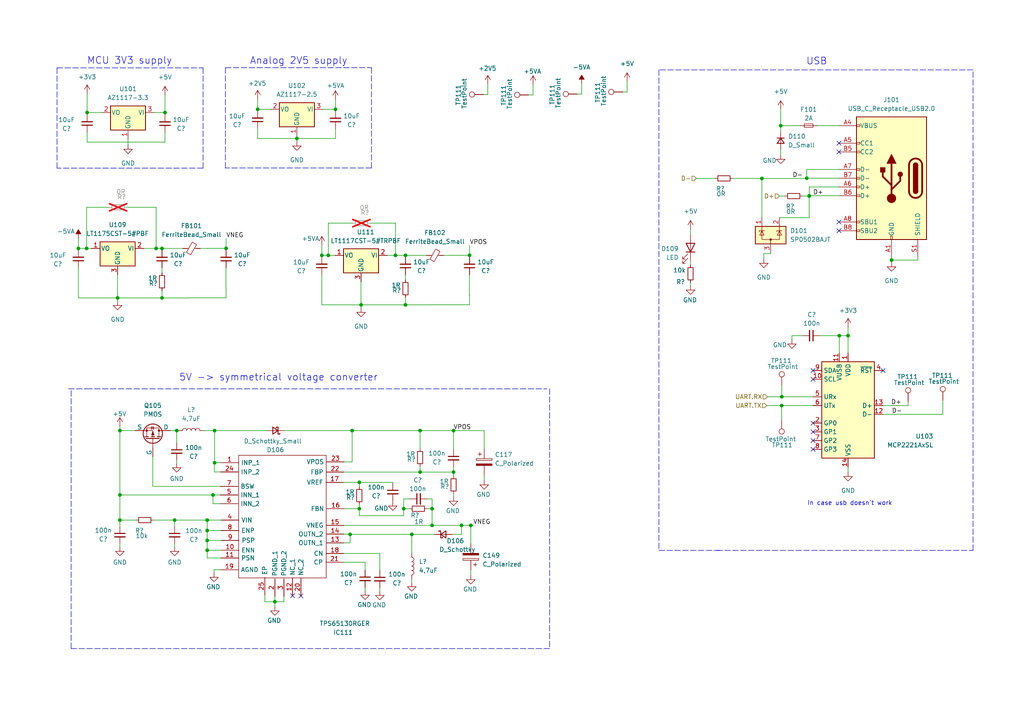
<source format=kicad_sch>
(kicad_sch (version 20230121) (generator eeschema)
  (paper "A4")
  (junction (at 60.0964 153.8732))
  (junction (at 101.5492 154.9908))
  (junction (at 102.1334 124.8918))
  (junction (at 95.2246 74.0664))
  (junction (at 34.7726 124.8918))
  (junction (at 226.7204 117.6274))
  (junction (at 22.733 72.0598))
  (junction (at 62.23 124.8918))
  (junction (at 65.5828 72.0344))
  (junction (at 125.3236 152.3746))
  (junction (at 62.23 134.2136))
  (junction (at 104.2162 139.9032))
  (junction (at 226.7458 115.0874))
  (junction (at 136.1948 74.041))
  (junction (at 60.0964 156.7434))
  (junction (at 34.1122 86.4108))
  (junction (at 34.7726 150.8506))
  (junction (at 117.602 88.4174))
  (junction (at 117.094 147.5486))
  (junction (at 245.9736 97.3582))
  (junction (at 136.5504 152.3746))
  (junction (at 220.98 51.7652))
  (junction (at 121.8438 136.9314))
  (junction (at 131.5466 136.9314))
  (junction (at 61.7728 143.5608))
  (junction (at 234.7214 56.769))
  (junction (at 258.572 75.438))
  (junction (at 51.2572 124.8918))
  (junction (at 60.0964 150.8506))
  (junction (at 119.4308 154.9908))
  (junction (at 243.4336 97.3582))
  (junction (at 34.7726 143.5608))
  (junction (at 121.8438 124.8918))
  (junction (at 104.2162 147.5486))
  (junction (at 46.99 72.0598))
  (junction (at 60.0964 159.5882))
  (junction (at 79.7306 174.5234))
  (junction (at 97.3074 31.6992))
  (junction (at 133.858 152.3746))
  (junction (at 47.8536 32.639))
  (junction (at 93.345 74.0664))
  (junction (at 46.99 86.4108))
  (junction (at 114.7064 74.0664))
  (junction (at 117.602 74.0664))
  (junction (at 50.6476 150.8506))
  (junction (at 86.106 40.1574))
  (junction (at 233.9848 51.689))
  (junction (at 226.441 36.449))
  (junction (at 131.5466 124.8918))
  (junction (at 25.273 32.639))
  (junction (at 45.2882 72.0598))
  (junction (at 125.3236 147.5486))
  (junction (at 104.7242 88.4174))
  (junction (at 25.1206 72.0598))
  (junction (at 74.7268 31.6992))
  (junction (at 234.696 56.8706))
  (no_connect (at 84.8614 172.7708))
  (no_connect (at 235.8136 127.7874))
  (no_connect (at 235.8136 107.4674))
  (no_connect (at 243.332 64.389))
  (no_connect (at 235.8136 125.2474))
  (no_connect (at 256.1336 107.4674))
  (no_connect (at 87.2744 172.847))
  (no_connect (at 243.332 44.069))
  (no_connect (at 235.8136 130.3274))
  (no_connect (at 235.8136 122.7074))
  (no_connect (at 243.332 41.529))
  (no_connect (at 235.8136 110.0074))
  (no_connect (at 243.332 66.929))
  (wire (pts (xy 95.2246 74.0664) (xy 95.2246 64.7192)))
  (wire (pts (xy 44.5262 150.8506) (xy 50.6476 150.8506)))
  (wire (pts (xy 82.3468 172.974) (xy 82.3468 174.5234)))
  (wire (pts (xy 99.695 152.3746) (xy 125.3236 152.3746)))
  (wire (pts (xy 101.5492 154.9146) (xy 99.695 154.9146)))
  (wire (pts (xy 256.1336 117.6274) (xy 263.398 117.6274)))
  (wire (pts (xy 133.858 152.3746) (xy 136.5504 152.3746)))
  (wire (pts (xy 117.094 144.7038) (xy 117.094 147.5486)))
  (wire (pts (xy 124.9934 88.392) (xy 136.1948 88.392)))
  (wire (pts (xy 113.919 145.2626) (xy 113.919 145.4912)))
  (wire (pts (xy 226.441 31.75) (xy 226.441 36.449)))
  (wire (pts (xy 245.9736 94.9198) (xy 245.9736 97.3582)))
  (wire (pts (xy 131.5466 124.8918) (xy 140.4366 124.8918)))
  (wire (pts (xy 105.8926 165.354) (xy 105.8926 163.068)))
  (wire (pts (xy 104.6988 87.5792) (xy 104.6988 81.6864)))
  (wire (pts (xy 22.733 69.1134) (xy 22.733 72.0598)))
  (wire (pts (xy 95.2246 64.7192) (xy 102.2858 64.7192)))
  (wire (pts (xy 243.4336 102.3874) (xy 243.4336 97.3582)))
  (wire (pts (xy 119.4308 167.9956) (xy 119.4308 168.91)))
  (wire (pts (xy 232.7402 56.8706) (xy 234.696 56.8706)))
  (wire (pts (xy 63.9826 165.2524) (xy 62.0776 165.2524)))
  (wire (pts (xy 45.2882 72.0598) (xy 46.99 72.0598)))
  (wire (pts (xy 46.99 84.2518) (xy 46.99 86.4108)))
  (wire (pts (xy 220.98 51.7652) (xy 233.9848 51.7652)))
  (wire (pts (xy 61.7728 146.1008) (xy 61.7728 143.5608)))
  (wire (pts (xy 101.5492 154.9908) (xy 101.5492 154.9146)))
  (wire (pts (xy 263.398 117.6274) (xy 263.398 116.5098)))
  (wire (pts (xy 141.478 24.4094) (xy 141.478 27.4066)))
  (wire (pts (xy 47.8536 38.4048) (xy 47.8536 41.2242)))
  (wire (pts (xy 124.9934 88.392) (xy 124.9934 88.4174)))
  (wire (pts (xy 104.6988 81.6864) (xy 104.7242 81.6864)))
  (wire (pts (xy 41.7322 72.0598) (xy 45.2882 72.0598)))
  (wire (pts (xy 104.7242 87.5792) (xy 104.6988 87.5792)))
  (wire (pts (xy 131.5466 136.9314) (xy 131.5466 138.0998)))
  (wire (pts (xy 131.5466 135.4328) (xy 131.5466 136.9314)))
  (wire (pts (xy 233.9848 49.149) (xy 243.332 49.149)))
  (polyline (pts (xy 16.5354 19.685) (xy 16.5354 48.768)) (stroke (width 0) (type dash)))
  (wire (pts (xy 114.7064 64.7192) (xy 114.7064 74.0664)))
  (wire (pts (xy 154.6098 24.5364) (xy 154.6098 27.5336)))
  (wire (pts (xy 25.1206 60.1218) (xy 25.1206 72.0598)))
  (wire (pts (xy 60.1218 72.0344) (xy 65.5828 72.0344)))
  (wire (pts (xy 220.98 51.7398) (xy 220.98 51.7652)))
  (wire (pts (xy 60.1218 72.0598) (xy 58.1152 72.0598)))
  (wire (pts (xy 123.6472 74.0664) (xy 117.602 74.0664)))
  (wire (pts (xy 39.4462 150.8506) (xy 34.7726 150.8506)))
  (wire (pts (xy 60.0964 150.8506) (xy 64.135 150.8506)))
  (wire (pts (xy 93.345 88.4174) (xy 104.7242 88.4174)))
  (wire (pts (xy 167.4114 27.2796) (xy 168.7068 27.2796)))
  (wire (pts (xy 117.602 74.0664) (xy 117.602 74.5998)))
  (wire (pts (xy 117.094 147.5486) (xy 117.094 149.5806)))
  (wire (pts (xy 136.5504 152.3746) (xy 137.2362 152.3746)))
  (wire (pts (xy 74.7268 37.2872) (xy 74.7268 40.1574)))
  (wire (pts (xy 62.23 124.8918) (xy 62.23 134.2136)))
  (wire (pts (xy 123.8758 147.5486) (xy 125.3236 147.5486)))
  (polyline (pts (xy 19.8628 112.776) (xy 25.1206 112.776)) (stroke (width 0) (type dash)))
  (wire (pts (xy 140.4366 124.8918) (xy 140.4366 130.2004)))
  (wire (pts (xy 34.7726 124.8918) (xy 39.243 124.8918)))
  (wire (pts (xy 200.279 66.4972) (xy 200.279 68.0212)))
  (wire (pts (xy 130.7338 74.041) (xy 130.7338 74.0664)))
  (wire (pts (xy 226.0854 56.8706) (xy 227.6602 56.8706)))
  (wire (pts (xy 273.4564 120.1674) (xy 273.4564 116.1542)))
  (wire (pts (xy 104.7242 87.5792) (xy 104.7242 88.4174)))
  (wire (pts (xy 222.5802 115.0874) (xy 226.7458 115.0874)))
  (wire (pts (xy 78.486 31.6992) (xy 74.7268 31.6992)))
  (wire (pts (xy 65.5828 83.566) (xy 65.532 83.566)))
  (wire (pts (xy 65.5828 72.0344) (xy 65.5828 72.5932)))
  (wire (pts (xy 25.273 27.178) (xy 25.273 32.639)))
  (wire (pts (xy 53.0352 72.0598) (xy 46.99 72.0598)))
  (wire (pts (xy 46.99 86.4108) (xy 34.1122 86.4108)))
  (wire (pts (xy 62.1792 136.8806) (xy 62.1792 134.2136)))
  (wire (pts (xy 201.9554 51.7398) (xy 207.4418 51.7398)))
  (wire (pts (xy 22.733 77.6478) (xy 22.733 86.4108)))
  (wire (pts (xy 34.7726 143.5608) (xy 34.7726 150.8506)))
  (wire (pts (xy 133.858 152.3746) (xy 133.858 154.9908)))
  (wire (pts (xy 212.5218 51.7398) (xy 220.98 51.7398)))
  (wire (pts (xy 110.1598 170.5102) (xy 110.1598 171.4246)))
  (wire (pts (xy 220.98 51.7652) (xy 220.98 63.119)))
  (wire (pts (xy 222.377 117.6274) (xy 226.7204 117.6274)))
  (wire (pts (xy 60.0964 153.8732) (xy 60.0964 156.7434)))
  (wire (pts (xy 34.7726 150.8506) (xy 34.7726 152.6794)))
  (wire (pts (xy 119.4308 154.9908) (xy 126.0348 154.9908)))
  (wire (pts (xy 26.4922 72.0598) (xy 25.1206 72.0598)))
  (wire (pts (xy 54.3814 86.3854) (xy 65.5828 86.3854)))
  (wire (pts (xy 245.9736 135.4074) (xy 245.9736 136.9568)))
  (wire (pts (xy 105.8926 170.434) (xy 105.8926 171.3484)))
  (wire (pts (xy 226.441 36.449) (xy 226.441 38.2778)))
  (polyline (pts (xy 207.9244 159.639) (xy 282.2194 159.639)) (stroke (width 0) (type dash)))
  (wire (pts (xy 79.7306 174.5234) (xy 82.3468 174.5234)))
  (wire (pts (xy 60.1218 72.0344) (xy 60.1218 72.0598)))
  (wire (pts (xy 97.3074 28.8798) (xy 97.3074 31.6992)))
  (wire (pts (xy 49.403 124.8918) (xy 51.2572 124.8918)))
  (wire (pts (xy 34.1122 85.5726) (xy 34.1122 86.4108)))
  (wire (pts (xy 60.0964 159.5882) (xy 60.0964 161.8488)))
  (wire (pts (xy 65.5828 69.215) (xy 65.5828 72.0344)))
  (wire (pts (xy 181.8894 23.6728) (xy 181.8894 26.67)))
  (wire (pts (xy 64.135 159.5882) (xy 60.0964 159.5882)))
  (wire (pts (xy 25.273 41.2242) (xy 47.8536 41.2242)))
  (wire (pts (xy 121.8438 135.255) (xy 121.8438 136.9314)))
  (wire (pts (xy 76.8096 172.5676) (xy 76.8096 174.5234)))
  (wire (pts (xy 44.323 141.0716) (xy 63.9064 141.0716)))
  (polyline (pts (xy 191.1096 20.2692) (xy 191.1096 159.639)) (stroke (width 0) (type dash)))
  (wire (pts (xy 258.572 75.438) (xy 266.192 75.438)))
  (wire (pts (xy 131.5466 124.8918) (xy 131.5466 130.3528)))
  (wire (pts (xy 121.8438 124.8918) (xy 131.5466 124.8918)))
  (wire (pts (xy 34.7726 123.6472) (xy 34.7726 124.8918)))
  (wire (pts (xy 233.9848 51.689) (xy 243.332 51.689)))
  (wire (pts (xy 223.52 73.279) (xy 223.52 73.533)))
  (wire (pts (xy 117.602 86.2584) (xy 117.602 88.4174)))
  (wire (pts (xy 223.52 73.533) (xy 221.5388 73.533)))
  (wire (pts (xy 136.144 85.5726) (xy 136.144 79.6798)))
  (wire (pts (xy 130.7338 74.041) (xy 136.1948 74.041)))
  (wire (pts (xy 256.1336 120.1674) (xy 273.4564 120.1674)))
  (wire (pts (xy 243.332 54.229) (xy 234.7214 54.229)))
  (wire (pts (xy 34.1122 86.4108) (xy 34.1122 87.3252)))
  (wire (pts (xy 97.3074 31.6992) (xy 97.3074 32.258)))
  (wire (pts (xy 121.8438 130.175) (xy 121.8438 124.8918)))
  (polyline (pts (xy 191.1096 159.639) (xy 209.1944 159.639)) (stroke (width 0) (type dash)))
  (wire (pts (xy 119.4308 154.9908) (xy 119.4308 160.3756)))
  (wire (pts (xy 258.572 75.438) (xy 258.572 76.1238)))
  (wire (pts (xy 34.7726 143.5608) (xy 61.7728 143.5608)))
  (wire (pts (xy 65.532 83.566) (xy 65.532 77.6732)))
  (wire (pts (xy 60.0964 150.8506) (xy 60.0964 153.8732)))
  (wire (pts (xy 234.696 56.8706) (xy 234.7214 56.8706)))
  (wire (pts (xy 62.1792 134.2136) (xy 62.23 134.2136)))
  (wire (pts (xy 99.5934 139.9032) (xy 104.2162 139.9032)))
  (wire (pts (xy 121.8438 136.9314) (xy 131.5466 136.9314)))
  (polyline (pts (xy 159.4104 188.1124) (xy 20.6248 188.1124)) (stroke (width 0) (type dash)))
  (wire (pts (xy 226.441 43.3578) (xy 226.441 44.9326)))
  (wire (pts (xy 131.1148 154.9908) (xy 133.858 154.9908)))
  (wire (pts (xy 93.726 31.6992) (xy 97.3074 31.6992)))
  (wire (pts (xy 104.2162 139.9032) (xy 104.2162 141.1986)))
  (wire (pts (xy 140.1826 27.4066) (xy 141.478 27.4066)))
  (polyline (pts (xy 58.9026 48.768) (xy 16.5354 48.768)) (stroke (width 0) (type dash)))
  (wire (pts (xy 34.0868 85.5726) (xy 34.0868 79.6798)))
  (wire (pts (xy 221.5388 73.533) (xy 221.5388 75.1078)))
  (wire (pts (xy 51.2572 124.8918) (xy 51.6382 124.8918)))
  (wire (pts (xy 86.106 40.1574) (xy 86.106 41.0718)))
  (polyline (pts (xy 107.7468 19.6342) (xy 107.7468 48.7172)) (stroke (width 0) (type dash)))
  (wire (pts (xy 34.0868 79.6798) (xy 34.1122 79.6798)))
  (wire (pts (xy 233.9848 49.149) (xy 233.9848 51.689)))
  (wire (pts (xy 258.572 74.549) (xy 258.572 75.438)))
  (wire (pts (xy 104.2162 149.5806) (xy 117.094 149.5806)))
  (wire (pts (xy 232.4354 63.119) (xy 226.06 63.119)))
  (wire (pts (xy 44.7548 32.639) (xy 47.8536 32.639)))
  (wire (pts (xy 47.8536 27.5844) (xy 47.8536 32.639)))
  (wire (pts (xy 117.602 74.0664) (xy 114.7064 74.0664)))
  (wire (pts (xy 36.7792 60.1218) (xy 45.2882 60.1218)))
  (wire (pts (xy 102.1334 124.8918) (xy 121.8438 124.8918)))
  (wire (pts (xy 86.106 39.3192) (xy 86.106 40.1574)))
  (wire (pts (xy 29.5148 32.639) (xy 25.273 32.639)))
  (wire (pts (xy 226.7458 111.8616) (xy 226.7458 115.0874)))
  (wire (pts (xy 99.6442 160.528) (xy 110.1598 160.528)))
  (wire (pts (xy 266.192 75.438) (xy 266.192 74.549)))
  (wire (pts (xy 51.2572 124.8918) (xy 51.2572 128.4224)))
  (wire (pts (xy 99.695 136.9314) (xy 121.8438 136.9314)))
  (wire (pts (xy 61.7728 143.5608) (xy 63.9064 143.5608)))
  (wire (pts (xy 243.4336 97.3582) (xy 245.9736 97.3582)))
  (wire (pts (xy 125.3236 144.7038) (xy 125.3236 147.5486)))
  (wire (pts (xy 34.7726 157.7594) (xy 34.7726 158.6484)))
  (wire (pts (xy 99.695 157.4546) (xy 101.5492 157.4546)))
  (wire (pts (xy 22.733 72.0598) (xy 22.733 72.5678)))
  (wire (pts (xy 64.2112 156.7434) (xy 60.0964 156.7434)))
  (wire (pts (xy 232.4354 63.1444) (xy 232.4354 63.119)))
  (wire (pts (xy 93.345 74.0664) (xy 93.345 74.5744)))
  (wire (pts (xy 136.1948 85.5726) (xy 136.144 85.5726)))
  (polyline (pts (xy 16.51 19.685) (xy 58.9026 19.685)) (stroke (width 0) (type dash)))
  (wire (pts (xy 123.952 144.7038) (xy 125.3236 144.7038)))
  (polyline (pts (xy 282.2194 20.2692) (xy 191.1096 20.2692)) (stroke (width 0) (type dash)))
  (polyline (pts (xy 20.6248 188.1124) (xy 20.6248 112.776)) (stroke (width 0) (type dash)))
  (wire (pts (xy 136.1948 85.5726) (xy 136.1948 88.392)))
  (polyline (pts (xy 107.7468 48.7172) (xy 65.3796 48.7172)) (stroke (width 0) (type dash)))
  (wire (pts (xy 62.0776 165.2524) (xy 62.0776 166.1668)))
  (wire (pts (xy 82.423 124.8918) (xy 102.1334 124.8918)))
  (polyline (pts (xy 282.2194 159.639) (xy 282.2194 20.2692)) (stroke (width 0) (type dash)))
  (wire (pts (xy 243.332 36.449) (xy 237.0836 36.449)))
  (wire (pts (xy 200.279 75.6412) (xy 200.279 76.8604)))
  (wire (pts (xy 245.9736 97.3582) (xy 245.9736 102.3874)))
  (wire (pts (xy 25.1206 60.1218) (xy 31.6992 60.1218)))
  (wire (pts (xy 125.3236 152.3746) (xy 133.858 152.3746)))
  (wire (pts (xy 168.7068 24.2824) (xy 168.7068 27.2796)))
  (polyline (pts (xy 65.3796 19.6342) (xy 65.3796 48.7172)) (stroke (width 0) (type dash)))
  (wire (pts (xy 101.5492 154.9908) (xy 101.5492 157.4546)))
  (wire (pts (xy 136.1948 74.041) (xy 136.1948 74.5998)))
  (wire (pts (xy 232.4354 63.1444) (xy 234.696 63.1444)))
  (wire (pts (xy 79.7306 172.974) (xy 79.7306 174.5234)))
  (wire (pts (xy 99.8728 147.5486) (xy 104.2162 147.5486)))
  (wire (pts (xy 117.094 144.7038) (xy 118.872 144.7038)))
  (wire (pts (xy 130.7338 74.0664) (xy 128.7272 74.0664)))
  (wire (pts (xy 200.279 81.9404) (xy 200.279 82.8548)))
  (wire (pts (xy 93.345 79.6544) (xy 93.345 88.4174)))
  (wire (pts (xy 117.602 79.6798) (xy 117.602 81.1784)))
  (wire (pts (xy 50.6476 150.8506) (xy 60.0964 150.8506)))
  (polyline (pts (xy 159.4104 112.776) (xy 159.4104 188.1124)) (stroke (width 0) (type dash)))
  (polyline (pts (xy 65.3542 19.6342) (xy 107.7468 19.6342)) (stroke (width 0) (type dash)))
  (wire (pts (xy 50.6476 152.6794) (xy 50.6476 150.8506)))
  (wire (pts (xy 102.1334 133.9596) (xy 102.1334 124.8918)))
  (wire (pts (xy 93.345 71.12) (xy 93.345 74.0664)))
  (wire (pts (xy 62.23 134.2136) (xy 64.0588 134.2136)))
  (wire (pts (xy 46.99 72.0598) (xy 46.99 72.5932)))
  (wire (pts (xy 136.144 79.6798) (xy 136.1948 79.6798)))
  (wire (pts (xy 46.99 77.6732) (xy 46.99 79.1718)))
  (wire (pts (xy 79.7306 174.5234) (xy 79.7306 175.9204)))
  (wire (pts (xy 54.3814 86.3854) (xy 54.3814 86.4108)))
  (wire (pts (xy 37.1348 40.259) (xy 37.1348 42.0116)))
  (wire (pts (xy 232.0036 36.449) (xy 226.441 36.449)))
  (wire (pts (xy 226.7458 115.0874) (xy 235.8136 115.0874)))
  (wire (pts (xy 64.0842 161.8488) (xy 60.0964 161.8488)))
  (wire (pts (xy 25.273 32.639) (xy 25.273 33.274)))
  (wire (pts (xy 74.7268 28.7528) (xy 74.7268 31.6992)))
  (wire (pts (xy 124.9934 88.4174) (xy 117.602 88.4174)))
  (wire (pts (xy 232.7656 97.3582) (xy 229.6922 97.3582)))
  (wire (pts (xy 113.919 139.9032) (xy 104.2162 139.9032)))
  (wire (pts (xy 136.5504 152.3746) (xy 136.5504 157.6832)))
  (wire (pts (xy 95.2246 74.0664) (xy 93.345 74.0664)))
  (wire (pts (xy 226.7204 117.6274) (xy 226.7204 121.8438)))
  (wire (pts (xy 233.9848 51.7652) (xy 233.9848 51.689)))
  (wire (pts (xy 62.23 124.8918) (xy 77.343 124.8918)))
  (wire (pts (xy 229.6922 97.3582) (xy 229.6922 98.5012)))
  (wire (pts (xy 97.3074 37.338) (xy 97.3074 40.1574)))
  (wire (pts (xy 74.7268 40.1574) (xy 86.106 40.1574)))
  (polyline (pts (xy 25.1206 112.776) (xy 158.6484 112.776)) (stroke (width 0) (type dash)))
  (wire (pts (xy 153.3144 27.5336) (xy 154.6098 27.5336)))
  (wire (pts (xy 113.919 140.1826) (xy 113.919 139.9032)))
  (wire (pts (xy 110.1598 160.528) (xy 110.1598 165.4302)))
  (wire (pts (xy 125.3236 147.5486) (xy 125.3236 152.3746)))
  (wire (pts (xy 76.8096 174.5234) (xy 79.7306 174.5234)))
  (wire (pts (xy 104.7242 88.4174) (xy 104.7242 89.3318)))
  (wire (pts (xy 51.2572 133.5024) (xy 51.2572 134.3914)))
  (wire (pts (xy 50.6476 157.7594) (xy 50.6476 158.6484)))
  (wire (pts (xy 105.8926 163.068) (xy 99.5426 163.068)))
  (wire (pts (xy 44.323 132.5118) (xy 44.323 141.0716)))
  (wire (pts (xy 114.7064 74.0664) (xy 112.3442 74.0664)))
  (wire (pts (xy 104.2162 147.5486) (xy 104.2162 149.5806)))
  (wire (pts (xy 22.733 86.4108) (xy 34.1122 86.4108)))
  (wire (pts (xy 136.1948 71.2216) (xy 136.1948 74.041)))
  (wire (pts (xy 65.5828 83.566) (xy 65.5828 86.3854)))
  (wire (pts (xy 117.602 88.4174) (xy 104.7242 88.4174)))
  (wire (pts (xy 47.8536 32.639) (xy 47.8536 33.3248)))
  (wire (pts (xy 45.2882 60.1218) (xy 45.2882 72.0598)))
  (wire (pts (xy 34.7726 124.8918) (xy 34.7726 143.5608)))
  (wire (pts (xy 104.2162 146.2786) (xy 104.2162 147.5486)))
  (wire (pts (xy 234.7214 54.229) (xy 234.7214 56.769)))
  (wire (pts (xy 136.5504 165.3032) (xy 136.5504 166.8526)))
  (wire (pts (xy 63.9826 136.8806) (xy 62.1792 136.8806)))
  (wire (pts (xy 86.106 40.1574) (xy 97.3074 40.1574)))
  (wire (pts (xy 107.3658 64.7192) (xy 114.7064 64.7192)))
  (wire (pts (xy 131.5466 143.1798) (xy 131.5466 144.0942)))
  (wire (pts (xy 243.4336 97.3582) (xy 237.8456 97.3582)))
  (wire (pts (xy 97.1042 74.0664) (xy 95.2246 74.0664)))
  (wire (pts (xy 101.5492 154.9908) (xy 119.4308 154.9908)))
  (wire (pts (xy 226.7204 117.6274) (xy 235.8136 117.6274)))
  (wire (pts (xy 64.135 153.8732) (xy 60.0964 153.8732)))
  (wire (pts (xy 59.2582 124.8918) (xy 62.23 124.8918)))
  (wire (pts (xy 34.1122 85.5726) (xy 34.0868 85.5726)))
  (wire (pts (xy 234.7214 56.769) (xy 243.332 56.769)))
  (wire (pts (xy 234.696 56.8706) (xy 234.696 63.1444)))
  (wire (pts (xy 60.0964 156.7434) (xy 60.0964 159.5882)))
  (wire (pts (xy 140.4366 137.8204) (xy 140.4366 139.3698)))
  (wire (pts (xy 54.3814 86.4108) (xy 46.99 86.4108)))
  (wire (pts (xy 99.822 133.9596) (xy 102.1334 133.9596)))
  (wire (pts (xy 63.9064 146.1008) (xy 61.7728 146.1008)))
  (wire (pts (xy 234.7214 56.769) (xy 234.7214 56.8706)))
  (wire (pts (xy 180.594 26.67) (xy 181.8894 26.67)))
  (wire (pts (xy 74.7268 31.6992) (xy 74.7268 32.2072)))
  (wire (pts (xy 65.532 77.6732) (xy 65.5828 77.6732)))
  (polyline (pts (xy 58.9026 19.685) (xy 58.9026 48.768)) (stroke (width 0) (type dash)))
  (wire (pts (xy 25.273 38.354) (xy 25.273 41.2242)))
  (wire (pts (xy 25.1206 72.0598) (xy 22.733 72.0598)))
  (wire (pts (xy 117.094 147.5486) (xy 118.7958 147.5486)))
  (text "In case usb doesn't work\n" (at 234.1372 146.7866 0) (effects (font (size 1.27 1.27)) (justify left bottom)))
  (text "USB" (at 233.7816 19.05 0) (effects (font (size 2 2)) (justify left bottom)))
  (text "MCU 3V3 supply\n" (at 25.1968 18.8722 0) (effects (font (size 2 2)) (justify left bottom)))
  (text "5V -> symmetrical voltage converter\n" (at 51.9176 110.744 0) (effects (font (size 2 2)) (justify left bottom)))
  (text "Analog 2V5 supply\n\n\n" (at 72.4408 25.3492 0) (effects (font (size 2 2)) (justify left bottom)))
  (label "D-" (at 261.6962 120.1674 180))
  (label "D+" (at 261.493 117.6274 180))
  (label "VPOS" (at 131.5212 124.8918 0))
  (label "D-" (at 229.8446 51.7652 0))
  (label "D+" (at 238.8362 56.769 180))
  (label "VPOS" (at 136.1948 71.2216 0))
  (label "VNEG" (at 65.5828 69.215 0))
  (label "VNEG" (at 137.2362 152.3746 0))
  (hierarchical_label "UART.TX" (shape input) (at 222.377 117.6274 180))
  (hierarchical_label "D-" (shape input) (at 201.9554 51.7398 180))
  (hierarchical_label "D+" (shape input) (at 226.0854 56.8706 180))
  (hierarchical_label "UART.RX" (shape input) (at 222.5802 115.0874 180))
  (symbol (lib_id "Device:C_Small") (at 131.5466 132.8928 0) (unit 1)
    (property "Reference" "C?" (at 126.7206 134.0358 0))
    (property "Value" "100n" (at 126.7206 131.4958 0))
    (property "Footprint" "Capacitor_SMD:C_0603_1608Metric" (effects hide))
    (instances (project "LCR" (path "" (reference "C?") (unit 1)) (path "" (reference "C?") (unit 1)) (path "" (reference "C105") (unit 1)) (path "" (reference "C169") (unit 1))))
  )
  (symbol (lib_id "power:GND") (at 110.1598 171.4246 0) (unit 1)
    (property "Reference" "#PWR0318" (effects hide))
    (property "Value" "GND" (at 109.9566 175.4886 0))
  )
  (symbol (lib_id "Device:R_Small") (at 104.8258 64.7192 90) (unit 1) (dnp yes)
    (property "Reference" "R?" (at 107.1372 61.722 90) (effects (justify left)))
    (property "Value" "0R" (at 107.0102 60.198 90) (effects (justify left)))
    (property "Footprint" "Resistor_SMD:R_0603_1608Metric" (effects hide))
    (instances (project "LCR" (path "" (reference "R?") (unit 1)) (path "" (reference "R?") (unit 1)) (path "" (reference "R?") (unit 1)) (path "" (reference "R105") (unit 1)) (path "" (reference "R107") (unit 1))))
  )
  (symbol (lib_id "power:GND") (at 50.6476 158.6484 0) (unit 1)
    (property "Reference" "#PWR?" (effects hide))
    (property "Value" "GND" (at 50.6476 163.0934 0))
    (instances (project "power_supply_sch" (path "" (reference "#PWR?") (unit 1))) (project "LCR" (path "" (reference "#PWR0323") (unit 1))))
  )
  (symbol (lib_id "power:GND") (at 37.1348 42.0116 0) (unit 1)
    (property "Reference" "#PWR0106" (effects hide))
    (property "Value" "GND" (at 37.1348 47.3456 0))
  )
  (symbol (lib_id "power:GND") (at 51.2572 134.3914 0) (unit 1)
    (property "Reference" "#PWR?" (effects hide))
    (property "Value" "GND" (at 51.2572 138.8364 0))
    (instances (project "power_supply_sch" (path "" (reference "#PWR?") (unit 1))) (project "LCR" (path "" (reference "#PWR0325") (unit 1))))
  )
  (symbol (lib_id "Device:Fuse_Small") (at 234.5436 36.449 0) (unit 1)
    (property "Reference" "F101" (at 234.5436 31.75 0))
    (property "Value" "2A" (at 234.5436 34.29 0))
    (property "Footprint" "Resistor_SMD:R_1206_3216Metric" (effects hide))
  )
  (symbol (lib_id "Connector:USB_C_Receptacle_USB2.0") (at 258.572 51.689 0) (mirror y) (unit 1)
    (property "Reference" "J101" (at 258.572 28.956 0))
    (property "Value" "USB_C_Receptacle_USB2.0" (at 258.572 31.496 0))
    (property "Footprint" "Connector_USB:USB_C_Receptacle_GCT_USB4115-03-C" (effects hide))
    (property "Datasheet" "https://www.usb.org/sites/default/files/documents/usb_type-c.zip" (effects hide))
  )
  (symbol (lib_id "power:GND") (at 200.279 82.8548 0) (mirror y) (unit 1)
    (property "Reference" "#PWR?" (effects hide))
    (property "Value" "GND" (at 200.1266 87.0204 0))
    (instances (project "LCR" (path "" (reference "#PWR?") (unit 1)) (path "" (reference "#PWR?") (unit 1)) (path "" (reference "#PWR0283") (unit 1)) (path "" (reference "#PWR0103") (unit 1))))
  )
  (symbol (lib_id "Device:R_Small") (at 209.9818 51.7398 270) (unit 1)
    (property "Reference" "R?" (at 207.6704 54.737 90) (effects (justify left)))
    (property "Value" "0R" (at 207.7974 56.261 90) (effects (justify left)))
    (property "Footprint" "Resistor_SMD:R_0603_1608Metric" (effects hide))
    (instances (project "LCR" (path "" (reference "R?") (unit 1)) (path "" (reference "R?") (unit 1)) (path "" (reference "R?") (unit 1)) (path "" (reference "R105") (unit 1)) (path "" (reference "R156") (unit 1))))
  )
  (symbol (lib_id "Device:C_Small") (at 235.3056 97.3582 270) (unit 1)
    (property "Reference" "C?" (at 235.4326 91.2622 90))
    (property "Value" "100n" (at 235.4326 93.8022 90))
    (property "Footprint" "Capacitor_SMD:C_0603_1608Metric" (effects hide))
    (instances (project "LCR" (path "" (reference "C?") (unit 1)) (path "" (reference "C?") (unit 1)) (path "" (reference "C105") (unit 1)) (path "" (reference "C152") (unit 1))))
  )
  (symbol (lib_id "power:GND") (at 136.5504 166.8526 0) (unit 1)
    (property "Reference" "#PWR0102" (effects hide))
    (property "Value" "GND" (at 136.3472 170.9166 0))
  )
  (symbol (lib_id "Device:R_Small") (at 200.279 79.4004 180) (unit 1)
    (property "Reference" "R?" (at 198.7042 81.7626 0) (effects (justify left)))
    (property "Value" "10k" (at 198.9074 78.3844 0) (effects (justify left)))
    (property "Footprint" "Resistor_SMD:R_0603_1608Metric" (effects hide))
    (instances (project "LCR" (path "" (reference "R?") (unit 1)) (path "" (reference "R?") (unit 1)) (path "" (reference "R?") (unit 1)) (path "" (reference "R150") (unit 1)) (path "" (reference "R152") (unit 1))))
  )
  (symbol (lib_id "Device:C_Small") (at 136.1948 77.1398 180) (unit 1)
    (property "Reference" "C?" (at 140.8684 78.5368 0))
    (property "Value" "10uF" (at 140.8684 75.9968 0))
    (property "Footprint" "Capacitor_SMD:C_0603_1608Metric" (effects hide))
    (instances (project "LCR" (path "" (reference "C?") (unit 1)) (path "" (reference "C?") (unit 1)) (path "" (reference "C105") (unit 1)) (path "" (reference "C168") (unit 1))))
  )
  (symbol (lib_id "Power_Protection:SP0502BAJT") (at 223.52 68.199 0) (unit 1)
    (property "Reference" "D101" (at 229.1334 66.929 0) (effects (justify left)))
    (property "Value" "SP0502BAJT" (at 229.1334 69.469 0) (effects (justify left)))
    (property "Footprint" "Package_TO_SOT_SMD:SOT-23-3" (effects hide))
    (property "Datasheet" "http://www.littelfuse.com/~/media/files/littelfuse/technical%20resources/documents/data%20sheets/sp05xxba.pdf" (effects hide))
  )
  (symbol (lib_id "Device:D_Schottky_Small") (at 128.5748 154.9908 0) (unit 1)
    (property "Reference" "D106" (at 132.08 156.8704 0))
    (property "Value" "D_Schottky" (at 132.6388 159.385 0))
    (property "Footprint" "Diode_SMD:D_SOD-123" (effects hide))
    (instances (project "LCR" (path "" (reference "D106") (unit 1)) (path "" (reference "D114") (unit 1))))
  )
  (symbol (lib_id "Device:L") (at 119.4308 164.1856 0) (unit 1)
    (property "Reference" "L?" (at 121.4882 162.9156 0) (effects (justify left)))
    (property "Value" "4,7uF" (at 121.4882 165.4556 0) (effects (justify left)))
    (property "Footprint" "SamacSys_Parts:744031004" (effects hide))
    (instances (project "power_supply_sch" (path "" (reference "L?") (unit 1))) (project "LCR" (path "" (reference "L106") (unit 1))))
  )
  (symbol (lib_id "Connector:TestPoint") (at 263.398 116.5098 0) (unit 1)
    (property "Reference" "TP111" (at 263.2456 109.2708 0))
    (property "Value" "TestPoint" (at 263.6774 110.998 0))
    (property "Footprint" "TestPoint:TestPoint_Pad_D2.0mm" (effects hide))
    (instances (project "LCR" (path "" (reference "TP111") (unit 1)) (path "" (reference "TP115") (unit 1))))
  )
  (symbol (lib_id "power:+5V") (at 226.441 31.75 0) (unit 1)
    (property "Reference" "#PWR0126" (effects hide))
    (property "Value" "+5V" (at 226.441 26.543 0))
  )
  (symbol (lib_id "power:GND") (at 62.0776 166.1668 0) (unit 1)
    (property "Reference" "#PWR0320" (effects hide))
    (property "Value" "GND" (at 61.8744 170.2308 0))
  )
  (symbol (lib_id "power:+2V5") (at 74.7268 28.7528 0) (unit 1)
    (property "Reference" "#PWR?" (effects hide))
    (property "Value" "+2V5" (at 71.9582 24.1808 0) (effects (justify left)))
    (instances (project "LCR" (path "" (reference "#PWR?") (unit 1)) (path "" (reference "#PWR?") (unit 1)) (path "" (reference "#PWR0105") (unit 1))))
  )
  (symbol (lib_id "Device:LED") (at 200.279 71.8312 270) (mirror x) (unit 1)
    (property "Reference" "D109" (at 196.85 72.1487 90) (effects (justify right)))
    (property "Value" "LED" (at 196.85 74.6887 90) (effects (justify right)))
    (property "Footprint" "LED_SMD:LED_1206_3216Metric" (effects hide))
    (instances (project "LCR" (path "" (reference "D109") (unit 1)) (path "" (reference "D111") (unit 1))))
  )
  (symbol (lib_id "Regulator_Linear:AZ1117-3.3") (at 37.1348 32.639 0) (mirror y) (unit 1)
    (property "Reference" "U101" (at 37.1348 25.781 0))
    (property "Value" "AZ1117-3.3" (at 37.1348 28.321 0))
    (property "Footprint" "Package_TO_SOT_SMD:SOT-89-3" (effects hide))
    (property "Datasheet" "https://www.diodes.com/assets/Datasheets/AZ1117.pdf" (effects hide))
  )
  (symbol (lib_id "Device:R_Small") (at 104.2162 143.7386 180) (unit 1)
    (property "Reference" "R?" (at 102.9716 144.2466 0) (effects (justify left)))
    (property "Value" "1R" (at 102.8446 142.7226 0) (effects (justify left)))
    (property "Footprint" "Resistor_SMD:R_0603_1608Metric" (effects hide))
    (instances (project "LCR" (path "" (reference "R?") (unit 1)) (path "" (reference "R?") (unit 1)) (path "" (reference "R?") (unit 1)) (path "" (reference "R105") (unit 1)) (path "" (reference "R161") (unit 1))))
  )
  (symbol (lib_id "power:+5VA") (at 97.3074 28.8798 0) (unit 1)
    (property "Reference" "#PWR?" (effects hide))
    (property "Value" "+5VA" (at 97.3328 24.8158 0))
    (instances (project "LCR" (path "" (reference "#PWR?") (unit 1)) (path "" (reference "#PWR?") (unit 1)) (path "" (reference "#PWR?") (unit 1)) (path "" (reference "#PWR?") (unit 1)) (path "" (reference "#PWR0110") (unit 1))))
  )
  (symbol (lib_id "power:GND") (at 226.441 44.9326 0) (unit 1)
    (property "Reference" "#PWR0124" (effects hide))
    (property "Value" "GND" (at 223.2152 46.5582 0))
  )
  (symbol (lib_id "Device:C_Small") (at 25.273 35.814 180) (unit 1)
    (property "Reference" "C?" (at 19.3294 37.2872 0))
    (property "Value" "10uF" (at 19.3294 34.7472 0))
    (property "Footprint" "Capacitor_SMD:C_0603_1608Metric" (effects hide))
    (instances (project "LCR" (path "" (reference "C?") (unit 1)) (path "" (reference "C?") (unit 1)) (path "" (reference "C105") (unit 1)) (path "" (reference "C103") (unit 1))))
  )
  (symbol (lib_id "Simulation_SPICE:PMOS") (at 44.323 127.4318 270) (mirror x) (unit 1)
    (property "Reference" "Q105" (at 44.323 117.6274 90))
    (property "Value" "PMOS" (at 44.323 120.1674 90))
    (property "Footprint" "Package_TO_SOT_SMD:SOT-23-3" (effects hide))
    (property "Datasheet" "https://ngspice.sourceforge.io/docs/ngspice-manual.pdf" (effects hide))
    (property "Sim.Device" "PMOS" (effects hide))
    (property "Sim.Type" "VDMOS" (effects hide))
    (property "Sim.Pins" "1=D 2=G 3=S" (effects hide))
  )
  (symbol (lib_id "Connector:TestPoint") (at 226.7204 121.8438 180) (unit 1)
    (property "Reference" "TP111" (at 226.8728 129.0828 0))
    (property "Value" "TestPoint" (at 226.441 127.3556 0))
    (property "Footprint" "TestPoint:TestPoint_Pad_D2.0mm" (effects hide))
    (instances (project "LCR" (path "" (reference "TP111") (unit 1)) (path "" (reference "TP121") (unit 1))))
  )
  (symbol (lib_id "Device:R_Small") (at 41.9862 150.8506 270) (unit 1)
    (property "Reference" "R?" (at 39.1668 153.8986 90) (effects (justify left)))
    (property "Value" "10k" (at 39.2938 155.4226 90) (effects (justify left)))
    (property "Footprint" "Resistor_SMD:R_0603_1608Metric" (effects hide))
    (instances (project "LCR" (path "" (reference "R?") (unit 1)) (path "" (reference "R?") (unit 1)) (path "" (reference "R?") (unit 1)) (path "" (reference "R105") (unit 1)) (path "" (reference "R163") (unit 1))))
  )
  (symbol (lib_id "Device:C_Small") (at 51.2572 130.9624 0) (unit 1)
    (property "Reference" "C?" (at 56.1594 132.3848 0))
    (property "Value" "100n" (at 56.1594 129.8448 0))
    (property "Footprint" "Capacitor_SMD:C_0603_1608Metric" (effects hide))
    (instances (project "LCR" (path "" (reference "C?") (unit 1)) (path "" (reference "C?") (unit 1)) (path "" (reference "C105") (unit 1)) (path "" (reference "C176") (unit 1))))
  )
  (symbol (lib_id "power:GND") (at 119.4308 168.91 0) (unit 1)
    (property "Reference" "#PWR0317" (effects hide))
    (property "Value" "GND" (at 119.2276 172.974 0))
  )
  (symbol (lib_id "power:GND") (at 140.4366 139.3698 0) (unit 1)
    (property "Reference" "#PWR0101" (effects hide))
    (property "Value" "GND" (at 140.2334 143.4338 0))
  )
  (symbol (lib_id "Device:C_Small") (at 97.3074 34.798 180) (unit 1)
    (property "Reference" "C?" (at 101.981 36.195 0))
    (property "Value" "10uF" (at 101.981 33.655 0))
    (property "Footprint" "Capacitor_SMD:C_0603_1608Metric" (effects hide))
    (instances (project "LCR" (path "" (reference "C?") (unit 1)) (path "" (reference "C?") (unit 1)) (path "" (reference "C105") (unit 1)) (path "" (reference "C102") (unit 1))))
  )
  (symbol (lib_id "power:+5V") (at 181.8894 23.6728 0) (unit 1)
    (property "Reference" "#PWR0292" (effects hide))
    (property "Value" "+5V" (at 181.8894 18.4658 0))
  )
  (symbol (lib_id "Device:R_Small") (at 46.99 81.7118 180) (unit 1)
    (property "Reference" "R?" (at 45.7454 82.2198 0) (effects (justify left)))
    (property "Value" "1R" (at 45.6184 80.6958 0) (effects (justify left)))
    (property "Footprint" "Resistor_SMD:R_0603_1608Metric" (effects hide))
    (instances (project "LCR" (path "" (reference "R?") (unit 1)) (path "" (reference "R?") (unit 1)) (path "" (reference "R?") (unit 1)) (path "" (reference "R105") (unit 1)) (path "" (reference "R155") (unit 1))))
  )
  (symbol (lib_id "Device:C_Polarized") (at 136.5504 161.4932 180) (unit 1)
    (property "Reference" "C149" (at 139.9286 161.1122 0) (effects (justify right)))
    (property "Value" "C_Polarized" (at 139.9286 163.6522 0) (effects (justify right)))
    (property "Footprint" "Capacitor_SMD:CP_Elec_5x5.3" (effects hide))
  )
  (symbol (lib_id "Device:C_Small") (at 46.99 75.1332 180) (unit 1)
    (property "Reference" "C?" (at 51.6636 76.5302 0))
    (property "Value" "10uF" (at 51.6636 73.9902 0))
    (property "Footprint" "Capacitor_SMD:C_0603_1608Metric" (effects hide))
    (instances (project "LCR" (path "" (reference "C?") (unit 1)) (path "" (reference "C?") (unit 1)) (path "" (reference "C105") (unit 1)) (path "" (reference "C165") (unit 1))))
  )
  (symbol (lib_id "power:GND") (at 245.9736 136.9568 0) (unit 1)
    (property "Reference" "#PWR0294" (effects hide))
    (property "Value" "GND" (at 245.9736 142.2908 0))
  )
  (symbol (lib_id "Device:C_Small") (at 50.6476 155.2194 0) (unit 1)
    (property "Reference" "C?" (at 56.2102 156.4894 0))
    (property "Value" "100n" (at 56.2102 153.9494 0))
    (property "Footprint" "Capacitor_SMD:C_0603_1608Metric" (effects hide))
    (instances (project "LCR" (path "" (reference "C?") (unit 1)) (path "" (reference "C?") (unit 1)) (path "" (reference "C105") (unit 1)) (path "" (reference "C175") (unit 1))))
  )
  (symbol (lib_id "Connector:TestPoint") (at 226.7458 111.8616 0) (unit 1)
    (property "Reference" "TP111" (at 226.5934 104.6226 0))
    (property "Value" "TestPoint" (at 227.0252 106.3498 0))
    (property "Footprint" "TestPoint:TestPoint_Pad_D2.0mm" (effects hide))
    (instances (project "LCR" (path "" (reference "TP111") (unit 1)) (path "" (reference "TP120") (unit 1))))
  )
  (symbol (lib_id "power:+5V") (at 47.8536 27.5844 0) (unit 1)
    (property "Reference" "#PWR0109" (effects hide))
    (property "Value" "+5V" (at 47.8536 22.3774 0))
  )
  (symbol (lib_id "power:GND") (at 258.572 76.1238 0) (unit 1)
    (property "Reference" "#PWR0293" (effects hide))
    (property "Value" "GND" (at 258.572 81.4578 0))
  )
  (symbol (lib_id "power:GND") (at 113.919 145.4912 0) (unit 1)
    (property "Reference" "#PWR0316" (effects hide))
    (property "Value" "GND" (at 110.5916 147.447 0))
  )
  (symbol (lib_id "Connector:TestPoint") (at 153.3144 27.5336 90) (unit 1)
    (property "Reference" "TP111" (at 146.0754 27.686 0))
    (property "Value" "TestPoint" (at 147.8026 27.2542 0))
    (property "Footprint" "TestPoint:TestPoint_Pad_D2.0mm" (effects hide))
    (instances (project "LCR" (path "" (reference "TP111") (unit 1)) (path "" (reference "TP117") (unit 1))))
  )
  (symbol (lib_id "Device:C_Small") (at 22.733 75.1078 180) (unit 1)
    (property "Reference" "C?" (at 16.7894 76.581 0))
    (property "Value" "10uF" (at 16.7894 74.041 0))
    (property "Footprint" "Capacitor_SMD:C_0603_1608Metric" (effects hide))
    (instances (project "LCR" (path "" (reference "C?") (unit 1)) (path "" (reference "C?") (unit 1)) (path "" (reference "C105") (unit 1)) (path "" (reference "C163") (unit 1))))
  )
  (symbol (lib_id "Device:C_Small") (at 74.7268 34.7472 180) (unit 1)
    (property "Reference" "C?" (at 68.7832 36.2204 0))
    (property "Value" "10uF" (at 68.7832 33.6804 0))
    (property "Footprint" "Capacitor_SMD:C_0603_1608Metric" (effects hide))
    (instances (project "LCR" (path "" (reference "C?") (unit 1)) (path "" (reference "C?") (unit 1)) (path "" (reference "C105") (unit 1)) (path "" (reference "C101") (unit 1))))
  )
  (symbol (lib_id "Device:C_Small") (at 121.412 144.7038 90) (unit 1)
    (property "Reference" "C?" (at 121.158 139.2428 90))
    (property "Value" "100n" (at 121.158 141.7828 90))
    (property "Footprint" "Capacitor_SMD:C_0603_1608Metric" (effects hide))
    (instances (project "LCR" (path "" (reference "C?") (unit 1)) (path "" (reference "C?") (unit 1)) (path "" (reference "C105") (unit 1)) (path "" (reference "C171") (unit 1))))
  )
  (symbol (lib_id "power:+5VA") (at 154.6098 24.5364 0) (unit 1)
    (property "Reference" "#PWR?" (effects hide))
    (property "Value" "+5VA" (at 154.432 20.701 0))
    (instances (project "LCR" (path "" (reference "#PWR?") (unit 1)) (path "" (reference "#PWR?") (unit 1)) (path "" (reference "#PWR?") (unit 1)) (path "" (reference "#PWR?") (unit 1)) (path "" (reference "#PWR0290") (unit 1))))
  )
  (symbol (lib_id "Device:C_Small") (at 117.602 77.1398 180) (unit 1)
    (property "Reference" "C?" (at 122.2756 78.5368 0))
    (property "Value" "10uF" (at 122.2756 75.9968 0))
    (property "Footprint" "Capacitor_SMD:C_0603_1608Metric" (effects hide))
    (instances (project "LCR" (path "" (reference "C?") (unit 1)) (path "" (reference "C?") (unit 1)) (path "" (reference "C105") (unit 1)) (path "" (reference "C167") (unit 1))))
  )
  (symbol (lib_id "power:GND") (at 86.106 41.0718 0) (unit 1)
    (property "Reference" "#PWR0107" (effects hide))
    (property "Value" "GND" (at 86.106 46.4058 0))
  )
  (symbol (lib_id "power:-5VA") (at 168.7068 24.2824 0) (unit 1)
    (property "Reference" "#PWR0291" (effects hide))
    (property "Value" "-5VA" (at 168.7068 19.4818 0))
  )
  (symbol (lib_id "Device:FerriteBead_Small") (at 55.5752 72.0598 90) (unit 1)
    (property "Reference" "FB101" (at 55.5371 65.5066 90))
    (property "Value" "FerriteBead_Small" (at 55.5371 68.0466 90))
    (property "Footprint" "Resistor_SMD:R_1206_3216Metric" (effects hide))
  )
  (symbol (lib_id "power:+5V") (at 200.279 66.4972 0) (unit 1)
    (property "Reference" "#PWR0108" (effects hide))
    (property "Value" "+5V" (at 200.279 61.2902 0))
  )
  (symbol (lib_id "power:GND") (at 34.1122 87.3252 0) (unit 1)
    (property "Reference" "#PWR0312" (effects hide))
    (property "Value" "GND" (at 34.1122 92.6592 0))
  )
  (symbol (lib_id "power:GND") (at 221.5388 75.1078 0) (unit 1)
    (property "Reference" "#PWR0125" (effects hide))
    (property "Value" "GND" (at 221.5388 80.4418 0))
  )
  (symbol (lib_id "power:+5VA") (at 93.345 71.12 0) (unit 1)
    (property "Reference" "#PWR?" (effects hide))
    (property "Value" "+5VA" (at 90.0684 69.215 0))
    (instances (project "LCR" (path "" (reference "#PWR?") (unit 1)) (path "" (reference "#PWR?") (unit 1)) (path "" (reference "#PWR?") (unit 1)) (path "" (reference "#PWR?") (unit 1)) (path "" (reference "#PWR0311") (unit 1))))
  )
  (symbol (lib_id "power:GND") (at 34.7726 158.6484 0) (unit 1)
    (property "Reference" "#PWR?" (effects hide))
    (property "Value" "GND" (at 34.7726 163.0934 0))
    (instances (project "power_supply_sch" (path "" (reference "#PWR?") (unit 1))) (project "LCR" (path "" (reference "#PWR0322") (unit 1))))
  )
  (symbol (lib_id "Device:D_Small") (at 226.441 40.8178 270) (unit 1)
    (property "Reference" "D110" (at 228.5746 39.5478 90) (effects (justify left)))
    (property "Value" "D_Small" (at 228.5746 42.0878 90) (effects (justify left)))
    (property "Footprint" "Diode_SMD:D_SOD-123" (effects hide))
    (property "Sim.Device" "D" (effects hide))
    (property "Sim.Pins" "1=K 2=A" (effects hide))
  )
  (symbol (lib_id "power:+3V3") (at 25.273 27.178 0) (unit 1)
    (property "Reference" "#PWR?" (effects hide))
    (property "Value" "+3V3" (at 25.273 22.3266 0))
    (instances (project "LCR" (path "" (reference "#PWR?") (unit 1)) (path "" (reference "#PWR0104") (unit 1))))
  )
  (symbol (lib_id "power:+2V5") (at 141.478 24.4094 0) (unit 1)
    (property "Reference" "#PWR?" (effects hide))
    (property "Value" "+2V5" (at 138.7094 19.8374 0) (effects (justify left)))
    (instances (project "LCR" (path "" (reference "#PWR?") (unit 1)) (path "" (reference "#PWR?") (unit 1)) (path "" (reference "#PWR0289") (unit 1))))
  )
  (symbol (lib_id "power:GND") (at 105.8926 171.3484 0) (unit 1)
    (property "Reference" "#PWR0319" (effects hide))
    (property "Value" "GND" (at 105.6894 175.4124 0))
  )
  (symbol (lib_id "power:GND") (at 79.7306 175.9204 0) (unit 1)
    (property "Reference" "#PWR0321" (effects hide))
    (property "Value" "GND" (at 79.5274 179.9844 0))
  )
  (symbol (lib_id "power:+3V3") (at 245.9736 94.9198 0) (unit 1)
    (property "Reference" "#PWR?" (effects hide))
    (property "Value" "+3V3" (at 245.9736 90.0684 0))
    (instances (project "LCR" (path "" (reference "#PWR?") (unit 1)) (path "" (reference "#PWR0127") (unit 1))))
  )
  (symbol (lib_id "Connector:TestPoint") (at 180.594 26.67 90) (unit 1)
    (property "Reference" "TP111" (at 173.355 26.8224 0))
    (property "Value" "TestPoint" (at 175.0822 26.3906 0))
    (property "Footprint" "TestPoint:TestPoint_Pad_D2.0mm" (effects hide))
    (instances (project "LCR" (path "" (reference "TP111") (unit 1)) (path "" (reference "TP119") (unit 1))))
  )
  (symbol (lib_id "Interface_USB:MCP2221AxSL") (at 245.9736 120.1674 0) (mirror y) (unit 1)
    (property "Reference" "U103" (at 270.7132 126.5428 0) (effects (justify left)))
    (property "Value" "MCP2221AxSL" (at 270.7132 129.0828 0) (effects (justify left)))
    (property "Footprint" "Package_SO:SOIC-14_3.9x8.7mm_P1.27mm" (effects hide))
    (property "Datasheet" "http://ww1.microchip.com/downloads/en/DeviceDoc/20005565B.pdf" (effects hide))
  )
  (symbol (lib_id "Device:R_Small") (at 34.2392 60.1218 90) (unit 1) (dnp yes)
    (property "Reference" "R?" (at 36.5506 57.1246 90) (effects (justify left)))
    (property "Value" "0R" (at 36.4236 55.6006 90) (effects (justify left)))
    (property "Footprint" "Resistor_SMD:R_0603_1608Metric" (effects hide))
    (instances (project "LCR" (path "" (reference "R?") (unit 1)) (path "" (reference "R?") (unit 1)) (path "" (reference "R?") (unit 1)) (path "" (reference "R105") (unit 1)) (path "" (reference "R151") (unit 1))))
  )
  (symbol (lib_id "Device:R_Small") (at 121.8438 132.715 180) (unit 1)
    (property "Reference" "R?" (at 120.5992 133.223 0) (effects (justify left)))
    (property "Value" "1R" (at 120.4722 131.699 0) (effects (justify left)))
    (property "Footprint" "Resistor_SMD:R_0603_1608Metric" (effects hide))
    (instances (project "LCR" (path "" (reference "R?") (unit 1)) (path "" (reference "R?") (unit 1)) (path "" (reference "R?") (unit 1)) (path "" (reference "R105") (unit 1)) (path "" (reference "R159") (unit 1))))
  )
  (symbol (lib_id "Device:R_Small") (at 230.2002 56.8706 270) (unit 1)
    (property "Reference" "R?" (at 227.8888 59.8678 90) (effects (justify left)))
    (property "Value" "0R" (at 228.0158 61.3918 90) (effects (justify left)))
    (property "Footprint" "Resistor_SMD:R_0603_1608Metric" (effects hide))
    (instances (project "LCR" (path "" (reference "R?") (unit 1)) (path "" (reference "R?") (unit 1)) (path "" (reference "R?") (unit 1)) (path "" (reference "R105") (unit 1)) (path "" (reference "R157") (unit 1))))
  )
  (symbol (lib_name "AZ1117-2.5_1") (lib_id "Regulator_Linear:AZ1117-2.5") (at 104.7242 74.0664 0) (mirror y) (unit 1)
    (property "Reference" "U111" (at 106.0704 67.31 0))
    (property "Value" "LT1117CST-5#TRPBF" (at 106.0704 69.85 0))
    (property "Footprint" "Package_TO_SOT_SMD:SOT-223-3_TabPin2" (effects hide))
    (property "Datasheet" "https://www.diodes.com/assets/Datasheets/AZ1117.pdf" (effects hide))
  )
  (symbol (lib_id "Device:R_Small") (at 117.602 83.7184 180) (unit 1)
    (property "Reference" "R?" (at 116.3574 84.2264 0) (effects (justify left)))
    (property "Value" "1R" (at 116.2304 82.7024 0) (effects (justify left)))
    (property "Footprint" "Resistor_SMD:R_0603_1608Metric" (effects hide))
    (instances (project "LCR" (path "" (reference "R?") (unit 1)) (path "" (reference "R?") (unit 1)) (path "" (reference "R?") (unit 1)) (path "" (reference "R105") (unit 1)) (path "" (reference "R158") (unit 1))))
  )
  (symbol (lib_id "Device:C_Small") (at 34.7726 155.2194 0) (unit 1)
    (property "Reference" "C?" (at 29.9466 156.3624 0))
    (property "Value" "100n" (at 29.9466 153.8224 0))
    (property "Footprint" "Capacitor_SMD:C_0603_1608Metric" (effects hide))
    (instances (project "LCR" (path "" (reference "C?") (unit 1)) (path "" (reference "C?") (unit 1)) (path "" (reference "C105") (unit 1)) (path "" (reference "C174") (unit 1))))
  )
  (symbol (lib_id "Device:L") (at 55.4482 124.8918 90) (unit 1)
    (property "Reference" "L?" (at 55.4482 118.872 90))
    (property "Value" "4,7uF" (at 55.4482 121.412 90))
    (property "Footprint" "SamacSys_Parts:744031004" (effects hide))
    (instances (project "power_supply_sch" (path "" (reference "L?") (unit 1))) (project "LCR" (path "" (reference "L105") (unit 1))))
  )
  (symbol (lib_id "Device:C_Polarized") (at 140.4366 134.0104 0) (unit 1)
    (property "Reference" "C117" (at 143.51 131.8514 0) (effects (justify left)))
    (property "Value" "C_Polarized" (at 143.51 134.3914 0) (effects (justify left)))
    (property "Footprint" "Capacitor_SMD:CP_Elec_5x5.3" (effects hide))
  )
  (symbol (lib_id "power:-5VA") (at 22.733 69.1134 0) (unit 1)
    (property "Reference" "#PWR0313" (effects hide))
    (property "Value" "-5VA" (at 19.1262 67.1068 0))
  )
  (symbol (lib_id "power:GND") (at 104.7242 89.3318 0) (unit 1)
    (property "Reference" "#PWR0314" (effects hide))
    (property "Value" "GND" (at 104.7242 94.6658 0))
  )
  (symbol (lib_id "Device:C_Small") (at 110.1598 167.9702 0) (unit 1)
    (property "Reference" "C?" (at 115.1128 169.1132 0))
    (property "Value" "100n" (at 115.1128 166.5732 0))
    (property "Footprint" "Capacitor_SMD:C_0603_1608Metric" (effects hide))
    (instances (project "LCR" (path "" (reference "C?") (unit 1)) (path "" (reference "C?") (unit 1)) (path "" (reference "C105") (unit 1)) (path "" (reference "C173") (unit 1))))
  )
  (symbol (lib_id "power:+5V") (at 34.7726 123.6472 0) (unit 1)
    (property "Reference" "#PWR0324" (effects hide))
    (property "Value" "+5V" (at 34.671 120.0404 0))
  )
  (symbol (lib_id "Connector:TestPoint") (at 140.1826 27.4066 90) (unit 1)
    (property "Reference" "TP111" (at 132.9436 27.559 0))
    (property "Value" "TestPoint" (at 134.6708 27.1272 0))
    (property "Footprint" "TestPoint:TestPoint_Pad_D2.0mm" (effects hide))
    (instances (project "LCR" (path "" (reference "TP111") (unit 1)) (path "" (reference "TP116") (unit 1))))
  )
  (symbol (lib_id "Device:C_Small") (at 65.5828 75.1332 180) (unit 1)
    (property "Reference" "C?" (at 70.2564 76.5302 0))
    (property "Value" "10uF" (at 70.2564 73.9902 0))
    (property "Footprint" "Capacitor_SMD:C_0603_1608Metric" (effects hide))
    (instances (project "LCR" (path "" (reference "C?") (unit 1)) (path "" (reference "C?") (unit 1)) (path "" (reference "C105") (unit 1)) (path "" (reference "C164") (unit 1))))
  )
  (symbol (lib_id "Device:R_Small") (at 131.5466 140.6398 180) (unit 1)
    (property "Reference" "R?" (at 130.302 141.1478 0) (effects (justify left)))
    (property "Value" "1R" (at 130.175 139.6238 0) (effects (justify left)))
    (property "Footprint" "Resistor_SMD:R_0603_1608Metric" (effects hide))
    (instances (project "LCR" (path "" (reference "R?") (unit 1)) (path "" (reference "R?") (unit 1)) (path "" (reference "R?") (unit 1)) (path "" (reference "R105") (unit 1)) (path "" (reference "R160") (unit 1))))
  )
  (symbol (lib_name "TPS65130RGER_1") (lib_id "SamacSys_Parts:TPS65130RGER") (at 64.135 144.7546 0) (unit 1)
    (property "Reference" "IC111" (at 99.5172 183.4388 0))
    (property "Value" "TPS65130RGER" (at 99.9998 180.848 0))
    (property "Footprint" "SamacSys_Parts:QFN50P400X400X100-25N-D" (effects hide))
    (property "Datasheet" "http://www.ti.com/lit/gpn/tps65130" (effects hide))
    (property "Description" "Split-Rail Converter with Dual, Positive and Negative Outputs (300mA typ)" (effects hide))
    (property "Height" "1" (effects hide))
    (property "Manufacturer_Name" "Texas Instruments" (effects hide))
    (property "Manufacturer_Part_Number" "TPS65130RGER" (effects hide))
    (property "Mouser Part Number" "595-TPS65130RGER" (effects hide))
    (property "Mouser Price/Stock" "https://www.mouser.co.uk/ProductDetail/Texas-Instruments/TPS65130RGER?qs=Gse6rAGbi7%2FCqVGbEz%252BTTQ%3D%3D" (effects hide))
    (property "Arrow Part Number" "TPS65130RGER" (effects hide))
    (property "Arrow Price/Stock" "https://www.arrow.com/en/products/tps65130rger/texas-instruments?region=nac" (effects hide))
  )
  (symbol (lib_id "Device:C_Small") (at 93.345 77.1144 180) (unit 1)
    (property "Reference" "C?" (at 87.4014 78.5876 0))
    (property "Value" "10uF" (at 87.4014 76.0476 0))
    (property "Footprint" "Capacitor_SMD:C_0603_1608Metric" (effects hide))
    (instances (project "LCR" (path "" (reference "C?") (unit 1)) (path "" (reference "C?") (unit 1)) (path "" (reference "C105") (unit 1)) (path "" (reference "C166") (unit 1))))
  )
  (symbol (lib_id "power:GND") (at 229.6922 98.5012 0) (unit 1)
    (property "Reference" "#PWR0295" (effects hide))
    (property "Value" "GND" (at 226.187 100.0506 0))
  )
  (symbol (lib_name "AZ1117-2.5_1") (lib_id "Regulator_Linear:AZ1117-2.5") (at 34.1122 72.0598 0) (mirror y) (unit 1)
    (property "Reference" "U109" (at 34.1122 65.2018 0))
    (property "Value" "LT1175CST-5#PBF" (at 34.1122 67.7418 0))
    (property "Footprint" "Package_TO_SOT_SMD:SOT-223-3_TabPin2" (effects hide))
    (property "Datasheet" "https://www.diodes.com/assets/Datasheets/AZ1117.pdf" (effects hide))
  )
  (symbol (lib_id "Device:C_Small") (at 105.8926 167.894 0) (unit 1)
    (property "Reference" "C?" (at 101.0666 169.037 0))
    (property "Value" "100n" (at 101.0666 166.497 0))
    (property "Footprint" "Capacitor_SMD:C_0603_1608Metric" (effects hide))
    (instances (project "LCR" (path "" (reference "C?") (unit 1)) (path "" (reference "C?") (unit 1)) (path "" (reference "C105") (unit 1)) (path "" (reference "C172") (unit 1))))
  )
  (symbol (lib_id "Device:C_Small") (at 47.8536 35.8648 180) (unit 1)
    (property "Reference" "C?" (at 52.5272 37.2618 0))
    (property "Value" "10uF" (at 52.5272 34.7218 0))
    (property "Footprint" "Capacitor_SMD:C_0603_1608Metric" (effects hide))
    (instances (project "LCR" (path "" (reference "C?") (unit 1)) (path "" (reference "C?") (unit 1)) (path "" (reference "C105") (unit 1)) (path "" (reference "C104") (unit 1))))
  )
  (symbol (lib_id "Device:FerriteBead_Small") (at 126.1872 74.0664 90) (unit 1)
    (property "Reference" "FB102" (at 126.1491 67.5132 90))
    (property "Value" "FerriteBead_Small" (at 126.1491 70.0532 90))
    (property "Footprint" "Resistor_SMD:R_1206_3216Metric" (effects hide))
  )
  (symbol (lib_id "power:GND") (at 131.5466 144.0942 0) (unit 1)
    (property "Reference" "#PWR0315" (effects hide))
    (property "Value" "GND" (at 131.3434 148.1582 0))
  )
  (symbol (lib_id "Device:C_Small") (at 113.919 142.7226 0) (unit 1)
    (property "Reference" "C?" (at 109.093 143.8656 0))
    (property "Value" "100n" (at 109.093 141.3256 0))
    (property "Footprint" "Capacitor_SMD:C_0603_1608Metric" (effects hide))
    (instances (project "LCR" (path "" (reference "C?") (unit 1)) (path "" (reference "C?") (unit 1)) (path "" (reference "C105") (unit 1)) (path "" (reference "C170") (unit 1))))
  )
  (symbol (lib_id "Device:D_Schottky_Small") (at 79.883 124.8918 180) (unit 1)
    (property "Reference" "D106" (at 79.883 130.4798 0))
    (property "Value" "D_Schottky_Small" (at 79.121 127.9398 0))
    (property "Footprint" "Diode_SMD:D_SOD-123" (effects hide))
    (instances (project "LCR" (path "" (reference "D106") (unit 1)) (path "" (reference "D113") (unit 1))))
  )
  (symbol (lib_id "Regulator_Linear:AZ1117-2.5") (at 86.106 31.6992 0) (mirror y) (unit 1)
    (property "Reference" "U102" (at 86.106 24.8412 0))
    (property "Value" "AZ1117-2.5" (at 86.106 27.3812 0))
    (property "Footprint" "Package_TO_SOT_SMD:SOT-89-3" (effects hide))
    (property "Datasheet" "https://www.diodes.com/assets/Datasheets/AZ1117.pdf" (effects hide))
  )
  (symbol (lib_id "Connector:TestPoint") (at 167.4114 27.2796 90) (unit 1)
    (property "Reference" "TP111" (at 160.1724 27.432 0))
    (property "Value" "TestPoint" (at 161.8996 27.0002 0))
    (property "Footprint" "TestPoint:TestPoint_Pad_D2.0mm" (effects hide))
    (instances (project "LCR" (path "" (reference "TP111") (unit 1)) (path "" (reference "TP118") (unit 1))))
  )
  (symbol (lib_id "Device:R_Small") (at 121.3358 147.5486 270) (unit 1)
    (property "Reference" "R?" (at 119.0752 149.4536 90) (effects (justify left)))
    (property "Value" "1R" (at 120.1166 151.3332 90) (effects (justify left)))
    (property "Footprint" "Resistor_SMD:R_0603_1608Metric" (effects hide))
    (instances (project "LCR" (path "" (reference "R?") (unit 1)) (path "" (reference "R?") (unit 1)) (path "" (reference "R?") (unit 1)) (path "" (reference "R105") (unit 1)) (path "" (reference "R162") (unit 1))))
  )
  (symbol (lib_id "Connector:TestPoint") (at 273.4564 116.1542 0) (unit 1)
    (property "Reference" "TP111" (at 273.304 108.9152 0))
    (property "Value" "TestPoint" (at 273.7358 110.6424 0))
    (property "Footprint" "TestPoint:TestPoint_Pad_D2.0mm" (effects hide))
    (instances (project "LCR" (path "" (reference "TP111") (unit 1)) (path "" (reference "TP105") (unit 1))))
  )
)
</source>
